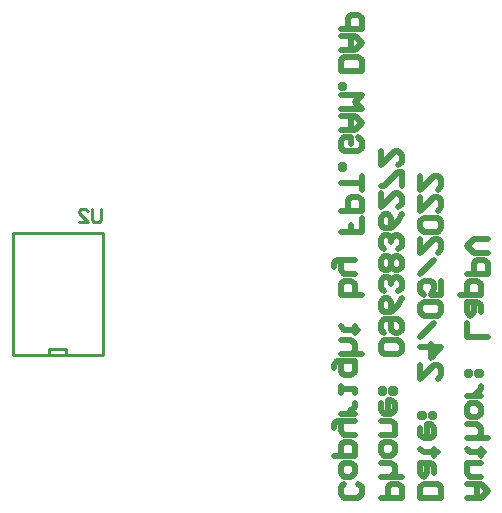
<source format=gbo>
G04*
G04 #@! TF.GenerationSoftware,Altium Limited,Altium Designer,21.6.1 (37)*
G04*
G04 Layer_Color=32896*
%FSTAX24Y24*%
%MOIN*%
G70*
G04*
G04 #@! TF.SameCoordinates,81F21C5A-03A8-4AE1-96E5-B6EC8A9FC791*
G04*
G04*
G04 #@! TF.FilePolarity,Positive*
G04*
G01*
G75*
%ADD11C,0.0100*%
%ADD61C,0.0200*%
D11*
X062517Y03197D02*
X065487D01*
Y03603D01*
X062517D02*
X065487D01*
X062517Y03197D02*
Y03603D01*
X063712Y03197D02*
Y03216D01*
X064282Y032035D02*
Y03216D01*
X063712D02*
X064282D01*
X06544Y03683D02*
Y036455D01*
X065365Y03638D01*
X065215D01*
X06514Y036455D01*
Y03683D01*
X06469Y03638D02*
X06499D01*
X06469Y03668D01*
Y036755D01*
X064765Y03683D01*
X064915D01*
X06499Y036755D01*
D61*
X077626Y0272D02*
X078092D01*
X078325Y027433D01*
X078092Y027667D01*
X077626D01*
X077976D01*
Y0272D01*
X078092Y0279D02*
X077742D01*
X077626Y028016D01*
Y028366D01*
X078092D01*
X078209Y028716D02*
X078092D01*
Y0286D01*
Y028833D01*
Y028716D01*
X077742D01*
X077626Y028833D01*
X078325Y029183D02*
X077626D01*
X077976D01*
X078092Y029299D01*
Y029533D01*
X077976Y029649D01*
X077626D01*
Y029999D02*
Y030232D01*
X077742Y030349D01*
X077976D01*
X078092Y030232D01*
Y029999D01*
X077976Y029882D01*
X077742D01*
X077626Y029999D01*
X078092Y030582D02*
X077626D01*
X077859D01*
X077976Y030699D01*
X078092Y030815D01*
Y030932D01*
Y031282D02*
Y031399D01*
X077976D01*
Y031282D01*
X078092D01*
X077742D02*
Y031399D01*
X077626D01*
Y031282D01*
X077742D01*
X078325Y032565D02*
X077626D01*
Y033031D01*
X078092Y033381D02*
Y033615D01*
X077976Y033731D01*
X077626D01*
Y033381D01*
X077742Y033265D01*
X077859Y033381D01*
Y033731D01*
X077392Y033964D02*
X078092D01*
Y034314D01*
X077976Y034431D01*
X077742D01*
X077626Y034314D01*
Y033964D01*
Y034664D02*
X078325D01*
Y035014D01*
X078209Y035131D01*
X077976D01*
X077859Y035014D01*
Y034664D01*
X078325Y035364D02*
X077859D01*
X077626Y035597D01*
X077859Y035831D01*
X078325D01*
X076772Y0272D02*
X076073D01*
Y02755D01*
X076189Y027667D01*
X076656D01*
X076772Y02755D01*
Y0272D01*
X076539Y028016D02*
Y02825D01*
X076423Y028366D01*
X076073D01*
Y028016D01*
X076189Y0279D01*
X076306Y028016D01*
Y028366D01*
X076656Y028716D02*
X076539D01*
Y0286D01*
Y028833D01*
Y028716D01*
X076189D01*
X076073Y028833D01*
Y029533D02*
Y029299D01*
X076189Y029183D01*
X076423D01*
X076539Y029299D01*
Y029533D01*
X076423Y029649D01*
X076306D01*
Y029183D01*
X076539Y029882D02*
Y029999D01*
X076423D01*
Y029882D01*
X076539D01*
X076189D02*
Y029999D01*
X076073D01*
Y029882D01*
X076189D01*
X076073Y031632D02*
Y031165D01*
X076539Y031632D01*
X076656D01*
X076772Y031515D01*
Y031282D01*
X076656Y031165D01*
X076073Y032215D02*
X076772D01*
X076423Y031865D01*
Y032332D01*
X076073Y032565D02*
X076539Y033031D01*
X076656Y033265D02*
X076772Y033381D01*
Y033615D01*
X076656Y033731D01*
X076189D01*
X076073Y033615D01*
Y033381D01*
X076189Y033265D01*
X076656D01*
X076772Y034431D02*
Y033964D01*
X076423D01*
X076539Y034198D01*
Y034314D01*
X076423Y034431D01*
X076189D01*
X076073Y034314D01*
Y034081D01*
X076189Y033964D01*
X076073Y034664D02*
X076539Y035131D01*
X076073Y035831D02*
Y035364D01*
X076539Y035831D01*
X076656D01*
X076772Y035714D01*
Y035481D01*
X076656Y035364D01*
Y036064D02*
X076772Y03618D01*
Y036414D01*
X076656Y03653D01*
X076189D01*
X076073Y036414D01*
Y03618D01*
X076189Y036064D01*
X076656D01*
X076073Y03723D02*
Y036764D01*
X076539Y03723D01*
X076656D01*
X076772Y037113D01*
Y03688D01*
X076656Y036764D01*
X076073Y03793D02*
Y037463D01*
X076539Y03793D01*
X076656D01*
X076772Y037813D01*
Y03758D01*
X076656Y037463D01*
X074753Y0272D02*
X075453D01*
Y02755D01*
X075336Y027667D01*
X075103D01*
X074986Y02755D01*
Y0272D01*
X075453Y0279D02*
X074753D01*
X075103D01*
X075219Y028016D01*
Y02825D01*
X075103Y028366D01*
X074753D01*
Y028716D02*
Y028949D01*
X07487Y029066D01*
X075103D01*
X075219Y028949D01*
Y028716D01*
X075103Y0286D01*
X07487D01*
X074753Y028716D01*
Y029299D02*
X075219D01*
Y029649D01*
X075103Y029766D01*
X074753D01*
Y030349D02*
Y030116D01*
X07487Y029999D01*
X075103D01*
X075219Y030116D01*
Y030349D01*
X075103Y030466D01*
X074986D01*
Y029999D01*
X075219Y030699D02*
Y030815D01*
X075103D01*
Y030699D01*
X075219D01*
X07487D02*
Y030815D01*
X074753D01*
Y030699D01*
X07487D01*
X075336Y031982D02*
X075453Y032098D01*
Y032332D01*
X075336Y032448D01*
X07487D01*
X074753Y032332D01*
Y032098D01*
X07487Y031982D01*
X075336D01*
X07487Y032682D02*
X074753Y032798D01*
Y033031D01*
X07487Y033148D01*
X075336D01*
X075453Y033031D01*
Y032798D01*
X075336Y032682D01*
X075219D01*
X075103Y032798D01*
Y033148D01*
X075453Y033848D02*
X075336Y033615D01*
X075103Y033381D01*
X07487D01*
X074753Y033498D01*
Y033731D01*
X07487Y033848D01*
X074986D01*
X075103Y033731D01*
Y033381D01*
X075336Y034081D02*
X075453Y034198D01*
Y034431D01*
X075336Y034548D01*
X075219D01*
X075103Y034431D01*
Y034314D01*
Y034431D01*
X074986Y034548D01*
X07487D01*
X074753Y034431D01*
Y034198D01*
X07487Y034081D01*
X075336Y034781D02*
X075453Y034898D01*
Y035131D01*
X075336Y035247D01*
X075219D01*
X075103Y035131D01*
X074986Y035247D01*
X07487D01*
X074753Y035131D01*
Y034898D01*
X07487Y034781D01*
X074986D01*
X075103Y034898D01*
X075219Y034781D01*
X075336D01*
X075103Y034898D02*
Y035131D01*
X075336Y035481D02*
X075453Y035597D01*
Y035831D01*
X075336Y035947D01*
X075219D01*
X075103Y035831D01*
Y035714D01*
Y035831D01*
X074986Y035947D01*
X07487D01*
X074753Y035831D01*
Y035597D01*
X07487Y035481D01*
X075453Y036647D02*
X075336Y036414D01*
X075103Y03618D01*
X07487D01*
X074753Y036297D01*
Y03653D01*
X07487Y036647D01*
X074986D01*
X075103Y03653D01*
Y03618D01*
X074753Y037347D02*
Y03688D01*
X075219Y037347D01*
X075336D01*
X075453Y03723D01*
Y036997D01*
X075336Y03688D01*
X075453Y03758D02*
Y038047D01*
X075336D01*
X07487Y03758D01*
X074753D01*
Y038746D02*
Y03828D01*
X075219Y038746D01*
X075336D01*
X075453Y03863D01*
Y038396D01*
X075336Y03828D01*
X074016Y027667D02*
X074133Y02755D01*
Y027317D01*
X074016Y0272D01*
X07355D01*
X073433Y027317D01*
Y02755D01*
X07355Y027667D01*
X073433Y028016D02*
Y02825D01*
X07355Y028366D01*
X073783D01*
X0739Y02825D01*
Y028016D01*
X073783Y0279D01*
X07355D01*
X073433Y028016D01*
X0732Y0286D02*
X0739D01*
Y028949D01*
X073783Y029066D01*
X07355D01*
X073433Y028949D01*
Y0286D01*
X0739Y029299D02*
X07355D01*
X073433Y029416D01*
Y029766D01*
X073317D01*
X0732Y029649D01*
Y029533D01*
X073433Y029766D02*
X0739D01*
Y029999D02*
X073433D01*
X073667D01*
X073783Y030116D01*
X0739Y030232D01*
Y030349D01*
X073433Y030699D02*
Y030932D01*
Y030815D01*
X0739D01*
Y030699D01*
X0732Y031515D02*
Y031632D01*
X073317Y031749D01*
X0739D01*
Y031399D01*
X073783Y031282D01*
X07355D01*
X073433Y031399D01*
Y031749D01*
X074133Y031982D02*
X073433D01*
X073783D01*
X0739Y032098D01*
Y032332D01*
X073783Y032448D01*
X073433D01*
X074016Y032798D02*
X0739D01*
Y032682D01*
Y032915D01*
Y032798D01*
X07355D01*
X073433Y032915D01*
X074133Y033964D02*
X073433D01*
Y034314D01*
X07355Y034431D01*
X073667D01*
X073783D01*
X0739Y034314D01*
Y033964D01*
Y034664D02*
X07355D01*
X073433Y034781D01*
Y035131D01*
X073317D01*
X0732Y035014D01*
Y034898D01*
X073433Y035131D02*
X0739D01*
X074133Y03653D02*
Y036064D01*
X073783D01*
Y036297D01*
Y036064D01*
X073433D01*
Y036764D02*
X074133D01*
Y037113D01*
X074016Y03723D01*
X073783D01*
X073667Y037113D01*
Y036764D01*
X074133Y037463D02*
Y03793D01*
Y037697D01*
X073433D01*
Y038163D02*
X07355D01*
Y03828D01*
X073433D01*
Y038163D01*
X074016Y039213D02*
X074133Y039096D01*
Y038863D01*
X074016Y038746D01*
X07355D01*
X073433Y038863D01*
Y039096D01*
X07355Y039213D01*
X073783D01*
Y03898D01*
X073433Y039446D02*
X0739D01*
X074133Y039679D01*
X0739Y039913D01*
X073433D01*
X073783D01*
Y039446D01*
X073433Y040146D02*
X074133D01*
X0739Y040379D01*
X074133Y040612D01*
X073433D01*
Y040846D02*
X07355D01*
Y040962D01*
X073433D01*
Y040846D01*
X074133Y041429D02*
X073433D01*
Y041779D01*
X07355Y041895D01*
X074016D01*
X074133Y041779D01*
Y041429D01*
X073433Y042129D02*
X0739D01*
X074133Y042362D01*
X0739Y042595D01*
X073433D01*
X073783D01*
Y042129D01*
X073433Y042828D02*
X074133D01*
Y043178D01*
X074016Y043295D01*
X073783D01*
X073667Y043178D01*
Y042828D01*
M02*

</source>
